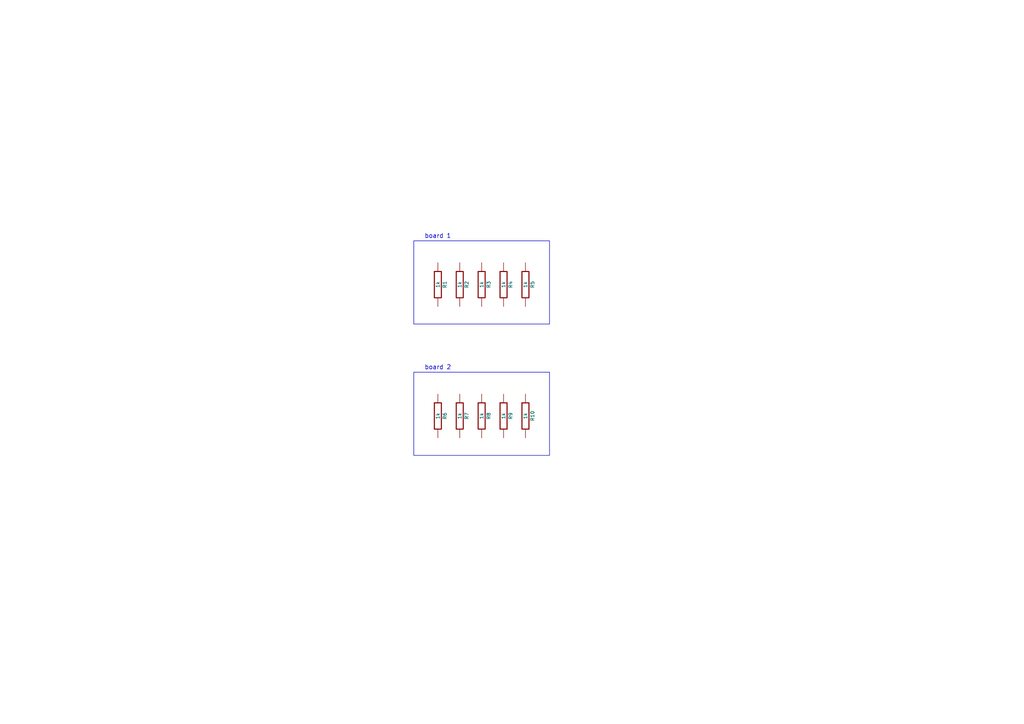
<source format=kicad_sch>
(kicad_sch (version 20250114) (generator "eeschema") (generator_version "9.0")
  (paper "A4")
  (lib_symbols
    (symbol "perso_resistances:R" (pin_numbers (hide yes)) (pin_names (offset 0))
      (property "Reference" "R" (at 2.032 0 90))
      (property "Value" "R" (at 0 0 90))
      (symbol "R_0_1"
        (rectangle (start -1.016 3.81) (end 1.016 -3.81) (stroke (width 0.3048)))
      )
      (symbol "R_1_1"
        (pin passive line (at 0 6.35 270) (length 2.54) (name "~") (number "1"))
        (pin passive line (at 0 -6.35 90) (length 2.54) (name "~") (number "2"))
      )
    )
  )
  (rectangle (start 120.015 69.85) (end 159.385 93.98))
  (rectangle (start 120.015 107.95) (end 159.385 132.08))
  (text "board 1" (at 127 68.58 0) (effects (font (size 1.27 1.27))))
  (text "board 2" (at 127 106.68 0) (effects (font (size 1.27 1.27))))
  (symbol (lib_id "perso_resistances:R") (at 127 120.65 0) (unit 1)
    (property "Reference" "R6" (at 129.032 120.65 90) (effects (font (size 1.016 1.016))))
    (property "Value" "1k" (at 127 120.65 90) (effects (font (size 1.016 1.016))))
    (property "Footprint" "dhaillant_smd_resistors:RES-C-0805" (effects (hide yes)))
    (property "Description" "Resistor" (effects (hide yes)))
    (property "Sim.Device" "R" (effects (hide yes)))
    (property "Sim.Type" "=" (effects (hide yes)))
    (property "Sim.Params" "r=${VALUE}" (effects (hide yes)))
    (property "Sim.Pins" "1=+ 2=-" (effects (hide yes)))
  )
  (symbol (lib_id "perso_resistances:R") (at 133.35 120.65 0) (unit 1)
    (property "Reference" "R7" (at 135.382 120.65 90) (effects (font (size 1.016 1.016))))
    (property "Value" "1k" (at 133.35 120.65 90) (effects (font (size 1.016 1.016))))
    (property "Footprint" "dhaillant_smd_resistors:RES-C-0805" (effects (hide yes)))
    (property "Description" "Resistor" (effects (hide yes)))
    (property "Sim.Device" "R" (effects (hide yes)))
    (property "Sim.Type" "=" (effects (hide yes)))
    (property "Sim.Params" "r=${VALUE}" (effects (hide yes)))
    (property "Sim.Pins" "1=+ 2=-" (effects (hide yes)))
  )
  (symbol (lib_id "perso_resistances:R") (at 139.7 82.55 0) (unit 1)
    (property "Reference" "R3" (at 141.732 82.55 90) (effects (font (size 1.016 1.016))))
    (property "Value" "1k" (at 139.7 82.55 90) (effects (font (size 1.016 1.016))))
    (property "Footprint" "dhaillant_smd_resistors:RES-C-0805" (effects (hide yes)))
    (property "Description" "Resistor" (effects (hide yes)))
    (property "Sim.Device" "R" (effects (hide yes)))
    (property "Sim.Type" "=" (effects (hide yes)))
    (property "Sim.Params" "r=${VALUE}" (effects (hide yes)))
    (property "Sim.Pins" "1=+ 2=-" (effects (hide yes)))
  )
  (symbol (lib_id "perso_resistances:R") (at 152.4 120.65 0) (unit 1)
    (property "Reference" "R10" (at 154.432 120.65 90) (effects (font (size 1.016 1.016))))
    (property "Value" "1k" (at 152.4 120.65 90) (effects (font (size 1.016 1.016))))
    (property "Footprint" "dhaillant_smd_resistors:RES-C-0805" (effects (hide yes)))
    (property "Description" "Resistor" (effects (hide yes)))
    (property "Sim.Device" "R" (effects (hide yes)))
    (property "Sim.Type" "=" (effects (hide yes)))
    (property "Sim.Params" "r=${VALUE}" (effects (hide yes)))
    (property "Sim.Pins" "1=+ 2=-" (effects (hide yes)))
  )
  (symbol (lib_id "perso_resistances:R") (at 146.05 120.65 0) (unit 1)
    (property "Reference" "R9" (at 148.082 120.65 90) (effects (font (size 1.016 1.016))))
    (property "Value" "1k" (at 146.05 120.65 90) (effects (font (size 1.016 1.016))))
    (property "Footprint" "dhaillant_smd_resistors:RES-C-0805" (effects (hide yes)))
    (property "Description" "Resistor" (effects (hide yes)))
    (property "Sim.Device" "R" (effects (hide yes)))
    (property "Sim.Type" "=" (effects (hide yes)))
    (property "Sim.Params" "r=${VALUE}" (effects (hide yes)))
    (property "Sim.Pins" "1=+ 2=-" (effects (hide yes)))
  )
  (symbol (lib_id "perso_resistances:R") (at 127 82.55 0) (unit 1)
    (property "Reference" "R1" (at 129.032 82.55 90) (effects (font (size 1.016 1.016))))
    (property "Value" "1k" (at 127 82.55 90) (effects (font (size 1.016 1.016))))
    (property "Footprint" "dhaillant_smd_resistors:RES-C-0805" (effects (hide yes)))
    (property "Datasheet" "ds" (effects (hide yes)))
    (property "Description" "Resistor" (effects (hide yes)))
    (property "Sim.Device" "R" (effects (hide yes)))
    (property "Sim.Type" "=" (effects (hide yes)))
    (property "Sim.Params" "r=${VALUE}" (effects (hide yes)))
    (property "Sim.Pins" "1=+ 2=-" (effects (hide yes)))
    (property "pp" "Hi!" (effects (hide yes)))
  )
  (symbol (lib_id "perso_resistances:R") (at 133.35 82.55 0) (unit 1)
    (property "Reference" "R2" (at 135.382 82.55 90) (effects (font (size 1.016 1.016))))
    (property "Value" "1k" (at 133.35 82.55 90) (effects (font (size 1.016 1.016))))
    (property "Footprint" "dhaillant_smd_resistors:RES-C-0805" (effects (hide yes)))
    (property "Description" "Resistor" (effects (hide yes)))
    (property "Sim.Device" "R" (effects (hide yes)))
    (property "Sim.Type" "=" (effects (hide yes)))
    (property "Sim.Params" "r=${VALUE}" (effects (hide yes)))
    (property "Sim.Pins" "1=+ 2=-" (effects (hide yes)))
  )
  (symbol (lib_id "perso_resistances:R") (at 152.4 82.55 0) (unit 1)
    (property "Reference" "R5" (at 154.432 82.55 90) (effects (font (size 1.016 1.016))))
    (property "Value" "1k" (at 152.4 82.55 90) (effects (font (size 1.016 1.016))))
    (property "Footprint" "dhaillant_smd_resistors:RES-C-0805" (effects (hide yes)))
    (property "Description" "Resistor" (effects (hide yes)))
    (property "Sim.Device" "R" (effects (hide yes)))
    (property "Sim.Type" "=" (effects (hide yes)))
    (property "Sim.Params" "r=${VALUE}" (effects (hide yes)))
    (property "Sim.Pins" "1=+ 2=-" (effects (hide yes)))
  )
  (symbol (lib_id "perso_resistances:R") (at 146.05 82.55 0) (unit 1)
    (property "Reference" "R4" (at 148.082 82.55 90) (effects (font (size 1.016 1.016))))
    (property "Value" "1k" (at 146.05 82.55 90) (effects (font (size 1.016 1.016))))
    (property "Footprint" "dhaillant_smd_resistors:RES-C-0805" (effects (hide yes)))
    (property "Description" "Resistor" (effects (hide yes)))
    (property "Sim.Device" "R" (effects (hide yes)))
    (property "Sim.Type" "=" (effects (hide yes)))
    (property "Sim.Params" "r=${VALUE}" (effects (hide yes)))
    (property "Sim.Pins" "1=+ 2=-" (effects (hide yes)))
  )
  (symbol (lib_id "perso_resistances:R") (at 139.7 120.65 0) (unit 1)
    (property "Reference" "R8" (at 141.732 120.65 90) (effects (font (size 1.016 1.016))))
    (property "Value" "1k" (at 139.7 120.65 90) (effects (font (size 1.016 1.016))))
    (property "Footprint" "dhaillant_smd_resistors:RES-C-0805" (effects (hide yes)))
    (property "Description" "Resistor" (effects (hide yes)))
    (property "Sim.Device" "R" (effects (hide yes)))
    (property "Sim.Type" "=" (effects (hide yes)))
    (property "Sim.Params" "r=${VALUE}" (effects (hide yes)))
    (property "Sim.Pins" "1=+ 2=-" (effects (hide yes)))
  )
)
</source>
